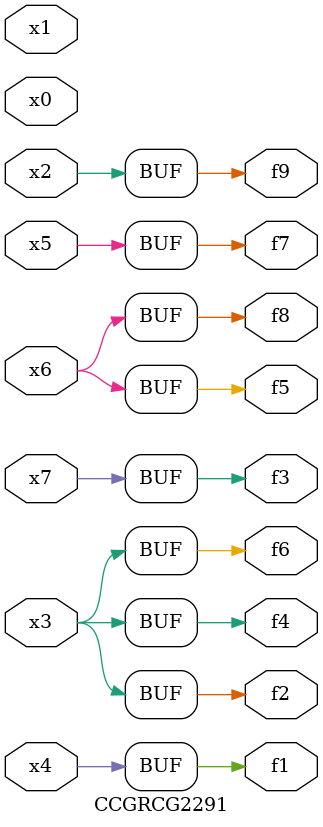
<source format=v>
module CCGRCG2291(
	input x0, x1, x2, x3, x4, x5, x6, x7,
	output f1, f2, f3, f4, f5, f6, f7, f8, f9
);
	assign f1 = x4;
	assign f2 = x3;
	assign f3 = x7;
	assign f4 = x3;
	assign f5 = x6;
	assign f6 = x3;
	assign f7 = x5;
	assign f8 = x6;
	assign f9 = x2;
endmodule

</source>
